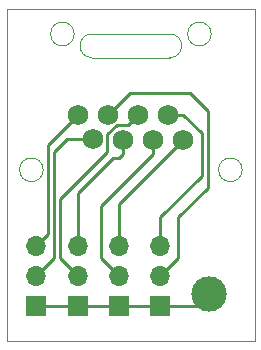
<source format=gtl>
G04 #@! TF.GenerationSoftware,KiCad,Pcbnew,(5.1.5)-3*
G04 #@! TF.CreationDate,2020-10-16T21:11:22-07:00*
G04 #@! TF.ProjectId,NeutrikEthercon,4e657574-7269-46b4-9574-686572636f6e,rev?*
G04 #@! TF.SameCoordinates,Original*
G04 #@! TF.FileFunction,Copper,L1,Top*
G04 #@! TF.FilePolarity,Positive*
%FSLAX46Y46*%
G04 Gerber Fmt 4.6, Leading zero omitted, Abs format (unit mm)*
G04 Created by KiCad (PCBNEW (5.1.5)-3) date 2020-10-16 21:11:22*
%MOMM*%
%LPD*%
G04 APERTURE LIST*
%ADD10C,0.050000*%
%ADD11C,0.100000*%
%ADD12C,1.750000*%
%ADD13R,1.700000X1.700000*%
%ADD14O,1.700000X1.700000*%
%ADD15C,3.000000*%
%ADD16C,0.250000*%
%ADD17C,1.000000*%
G04 APERTURE END LIST*
D10*
X131700000Y-105500000D02*
G75*
G02X131700000Y-103500000I0J1000000D01*
G01*
X138300000Y-103500000D02*
G75*
G02X138300000Y-105500000I0J-1000000D01*
G01*
D11*
X145500000Y-101400000D02*
X145500000Y-129500000D01*
X124500000Y-101400000D02*
X145500000Y-101400000D01*
X124500000Y-129500000D02*
X124500000Y-101400000D01*
X145500000Y-129500000D02*
X124500000Y-129500000D01*
D10*
X131700000Y-105500000D02*
X138300000Y-105500000D01*
X131700000Y-103500000D02*
X138300000Y-103500000D01*
X130200000Y-103500000D02*
G75*
G03X130200000Y-103500000I-1000000J0D01*
G01*
X141800000Y-103500000D02*
G75*
G03X141800000Y-103500000I-1000000J0D01*
G01*
X127575000Y-115000000D02*
G75*
G03X127575000Y-115000000I-1000000J0D01*
G01*
X144425000Y-115000000D02*
G75*
G03X144425000Y-115000000I-1000000J0D01*
G01*
D12*
X139440000Y-112460000D03*
D13*
X137500000Y-126500000D03*
D14*
X137500000Y-123960000D03*
X137500000Y-121420000D03*
X134000000Y-121420000D03*
X134000000Y-123960000D03*
D13*
X134000000Y-126500000D03*
X130500000Y-126500000D03*
D14*
X130500000Y-123960000D03*
X130500000Y-121420000D03*
X127000000Y-121420000D03*
X127000000Y-123960000D03*
D13*
X127000000Y-126500000D03*
D15*
X141600000Y-125550000D03*
D12*
X138180000Y-110320000D03*
X135630000Y-110320000D03*
X133100000Y-110320000D03*
X131820000Y-112430000D03*
X134350000Y-112440000D03*
X136900000Y-112460000D03*
X130560000Y-110350000D03*
D16*
X141540000Y-125490000D02*
X141600000Y-125550000D01*
D17*
X141500000Y-125450000D02*
X141600000Y-125550000D01*
D16*
X127000000Y-126500000D02*
X137500000Y-126500000D01*
X140650000Y-126500000D02*
X141600000Y-125550000D01*
X137500000Y-126500000D02*
X140650000Y-126500000D01*
X130560000Y-110350000D02*
X128000000Y-112910000D01*
X128000000Y-120420000D02*
X127000000Y-121420000D01*
X128000000Y-112910000D02*
X128000000Y-120420000D01*
X128500000Y-122460000D02*
X127000000Y-123960000D01*
X131820000Y-112430000D02*
X129570000Y-112430000D01*
X128500000Y-113500000D02*
X128500000Y-122460000D01*
X129570000Y-112430000D02*
X128500000Y-113500000D01*
X134755001Y-111194999D02*
X133805001Y-111194999D01*
X135630000Y-110320000D02*
X134755001Y-111194999D01*
X133805001Y-111194999D02*
X133000000Y-112000000D01*
X133000000Y-112000000D02*
X133000000Y-113500000D01*
X133000000Y-113500000D02*
X129000000Y-117500000D01*
X129000000Y-122460000D02*
X130500000Y-123960000D01*
X129000000Y-117500000D02*
X129000000Y-122460000D01*
X139440000Y-112460000D02*
X134000000Y-117900000D01*
X134000000Y-117900000D02*
X134000000Y-121420000D01*
X139417436Y-110320000D02*
X141000000Y-111902564D01*
X138180000Y-110320000D02*
X139417436Y-110320000D01*
X141000000Y-111902564D02*
X141000000Y-115500000D01*
X137500000Y-119000000D02*
X137500000Y-121420000D01*
X141000000Y-115500000D02*
X137500000Y-119000000D01*
X133100000Y-110320000D02*
X134920000Y-108500000D01*
X134920000Y-108500000D02*
X140000000Y-108500000D01*
X140000000Y-108500000D02*
X141500000Y-110000000D01*
X141500000Y-110000000D02*
X141500000Y-116500000D01*
X141500000Y-116500000D02*
X139000000Y-119000000D01*
X139000000Y-122460000D02*
X137500000Y-123960000D01*
X139000000Y-119000000D02*
X139000000Y-122460000D01*
X134350000Y-113677436D02*
X134350000Y-112440000D01*
X134027436Y-114000000D02*
X134350000Y-113677436D01*
X133500000Y-114000000D02*
X134027436Y-114000000D01*
X130500000Y-117000000D02*
X133500000Y-114000000D01*
X130500000Y-121420000D02*
X130500000Y-117000000D01*
X136900000Y-113697436D02*
X132500000Y-118097436D01*
X136900000Y-112460000D02*
X136900000Y-113697436D01*
X132500000Y-122460000D02*
X134000000Y-123960000D01*
X132500000Y-118097436D02*
X132500000Y-122460000D01*
M02*

</source>
